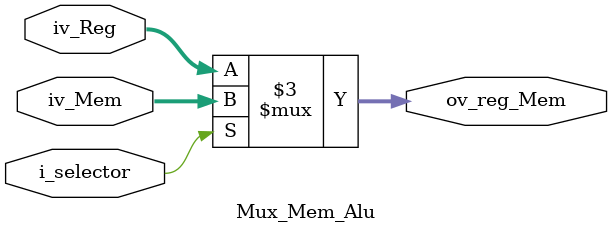
<source format=v>
module Mux_Mem_Alu(
	input [31:0] iv_Mem,
	input [31:0] iv_Reg,
	input i_selector,
	output reg[31:0] ov_reg_Mem
);

always@*
begin
	if(i_selector)
	begin
		ov_reg_Mem <= iv_Mem;
	end
	else
	begin
		ov_reg_Mem <= iv_Reg;
	end
end 

endmodule 
</source>
